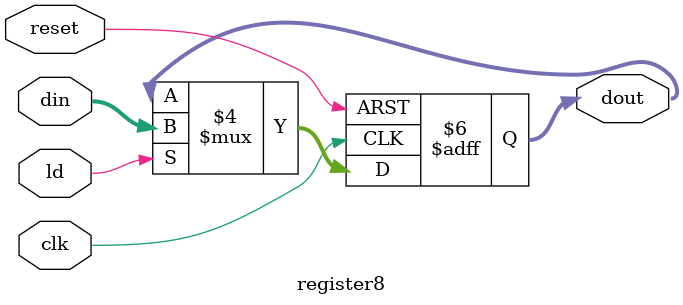
<source format=v>
module register8 (clk, reset, ld, din, dout);
  input       clk, reset, ld;
  input[7:0]  din;
  output[7:0] dout;
  reg[7:0]    dout;
  
  // Use of asynchronous reset
  always @(posedge clk or posedge reset)
    if (reset == 1'b1) 
      dout <= 0;
    // Change register state on rising edge and assertion of load line
    else if (ld == 1'b1) 
      dout <= din;

endmodule

</source>
